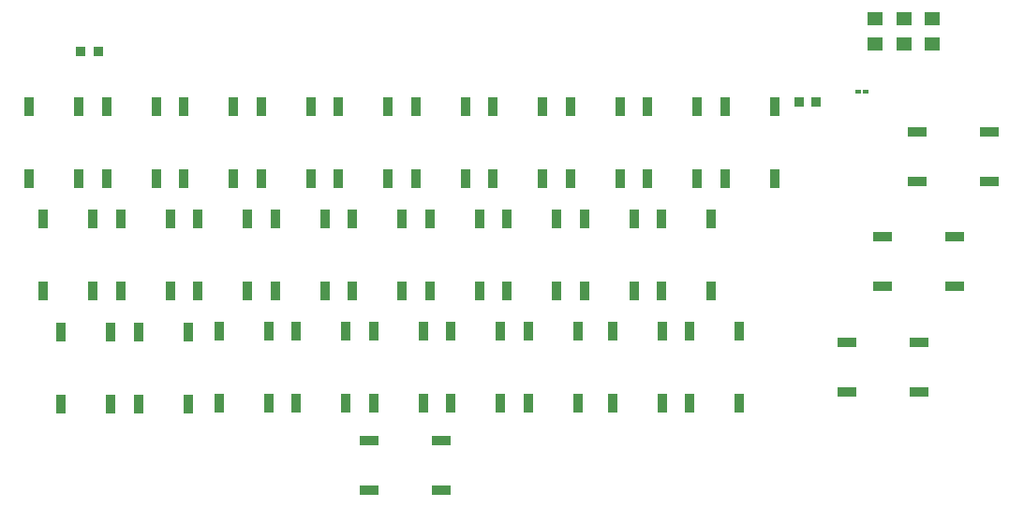
<source format=gtp>
G04 Layer_Color=8421504*
%FSTAX24Y24*%
%MOIN*%
G70*
G01*
G75*
%ADD10R,0.0335X0.0335*%
%ADD11R,0.0550X0.0500*%
%ADD12R,0.0350X0.0700*%
%ADD13R,0.0700X0.0350*%
%ADD14R,0.0197X0.0118*%
D10*
X051605Y0277D02*
D03*
X050995D02*
D03*
X025445Y0295D02*
D03*
X026055D02*
D03*
D11*
X05475Y02975D02*
D03*
Y03065D02*
D03*
X05575Y02975D02*
D03*
Y03065D02*
D03*
X0537Y02975D02*
D03*
Y03065D02*
D03*
D12*
X046136Y01953D02*
D03*
Y01697D02*
D03*
X044364Y01953D02*
D03*
Y01697D02*
D03*
X025886Y02353D02*
D03*
Y02097D02*
D03*
X024114Y02353D02*
D03*
Y02097D02*
D03*
X037636Y01953D02*
D03*
Y01697D02*
D03*
X035864Y01953D02*
D03*
Y01697D02*
D03*
X047114D02*
D03*
Y01953D02*
D03*
X048886Y01697D02*
D03*
Y01953D02*
D03*
X031386Y02353D02*
D03*
Y02097D02*
D03*
X029614Y02353D02*
D03*
Y02097D02*
D03*
X030886Y02753D02*
D03*
Y02497D02*
D03*
X029114Y02753D02*
D03*
Y02497D02*
D03*
X034136Y02353D02*
D03*
Y02097D02*
D03*
X032364Y02353D02*
D03*
Y02097D02*
D03*
X036886Y02353D02*
D03*
Y02097D02*
D03*
X035114Y02353D02*
D03*
Y02097D02*
D03*
X044636Y02753D02*
D03*
Y02497D02*
D03*
X042864Y02753D02*
D03*
Y02497D02*
D03*
X042386Y02353D02*
D03*
Y02097D02*
D03*
X040614Y02353D02*
D03*
Y02097D02*
D03*
X047886Y02353D02*
D03*
Y02097D02*
D03*
X046114Y02353D02*
D03*
Y02097D02*
D03*
X043136Y01953D02*
D03*
Y01697D02*
D03*
X041364Y01953D02*
D03*
Y01697D02*
D03*
X040386Y01953D02*
D03*
Y01697D02*
D03*
X038614Y01953D02*
D03*
Y01697D02*
D03*
X047386Y02753D02*
D03*
Y02497D02*
D03*
X045614Y02753D02*
D03*
Y02497D02*
D03*
X050136Y02753D02*
D03*
Y02497D02*
D03*
X048364Y02753D02*
D03*
Y02497D02*
D03*
X025386Y02753D02*
D03*
Y02497D02*
D03*
X023614Y02753D02*
D03*
Y02497D02*
D03*
X033636Y02753D02*
D03*
Y02497D02*
D03*
X031864Y02753D02*
D03*
Y02497D02*
D03*
X028636Y02353D02*
D03*
Y02097D02*
D03*
X026864Y02353D02*
D03*
Y02097D02*
D03*
X036386Y02753D02*
D03*
Y02497D02*
D03*
X034614Y02753D02*
D03*
Y02497D02*
D03*
X041886Y02753D02*
D03*
Y02497D02*
D03*
X040114Y02753D02*
D03*
Y02497D02*
D03*
X034886Y01953D02*
D03*
Y01697D02*
D03*
X033114Y01953D02*
D03*
Y01697D02*
D03*
X029272Y0195D02*
D03*
Y016941D02*
D03*
X0275Y0195D02*
D03*
Y016941D02*
D03*
X039136Y02753D02*
D03*
Y02497D02*
D03*
X037364Y02753D02*
D03*
Y02497D02*
D03*
X0265Y0195D02*
D03*
Y016941D02*
D03*
X024728Y0195D02*
D03*
Y016941D02*
D03*
X045136Y02353D02*
D03*
Y02097D02*
D03*
X043364Y02353D02*
D03*
Y02097D02*
D03*
X028136Y02753D02*
D03*
Y02497D02*
D03*
X026364Y02753D02*
D03*
Y02497D02*
D03*
X039636Y02353D02*
D03*
Y02097D02*
D03*
X037864Y02353D02*
D03*
Y02097D02*
D03*
X032136Y01953D02*
D03*
Y01697D02*
D03*
X030364Y01953D02*
D03*
Y01697D02*
D03*
D13*
X05522Y026636D02*
D03*
X05778D02*
D03*
X05522Y024864D02*
D03*
X05778D02*
D03*
X05653Y021114D02*
D03*
X05397D02*
D03*
X05653Y022886D02*
D03*
X05397D02*
D03*
X05528Y017364D02*
D03*
X05272D02*
D03*
X05528Y019136D02*
D03*
X05272D02*
D03*
X03572Y015636D02*
D03*
X03828D02*
D03*
X03572Y013864D02*
D03*
X03828D02*
D03*
D14*
X053388Y02805D02*
D03*
X053112D02*
D03*
M02*

</source>
